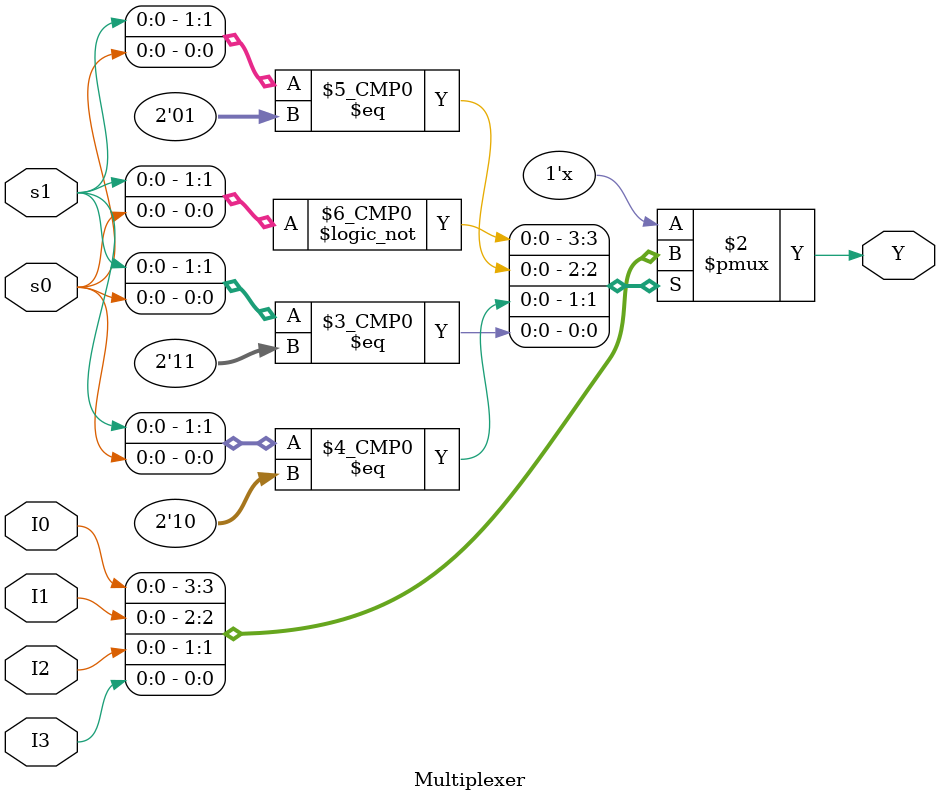
<source format=v>
`timescale 1ns / 1ps

//Structural
//module Multiplexer(
//    output Y,
//    input I0, I1, I2, I3,
//    input s0, s1
//);
//    wire s0bar, s1bar, T1, T2, T3, T4;

//    not (s0bar, s0);
//    not (s1bar, s1);

//    and (T4, I0, s0bar, s1bar);
//    and (T3, I1, s0, s1bar);
//    and (T2, I2, s0bar, s1);
//    and (T1, I3, s0, s1);

//    or (Y, T1, T2, T3, T4);
//endmodule

//Behavioral 
module Multiplexer(
    input  wire I0, I1, I2, I3,
    input  wire s0, s1,
    output reg  Y
);

always @* begin
    case ({s1, s0})    
        2'b00: Y = I0;
        2'b01: Y = I1;
        2'b10: Y = I2;
        2'b11: Y = I3;
        default: Y = 1'b0;  
    endcase
end
endmodule


</source>
